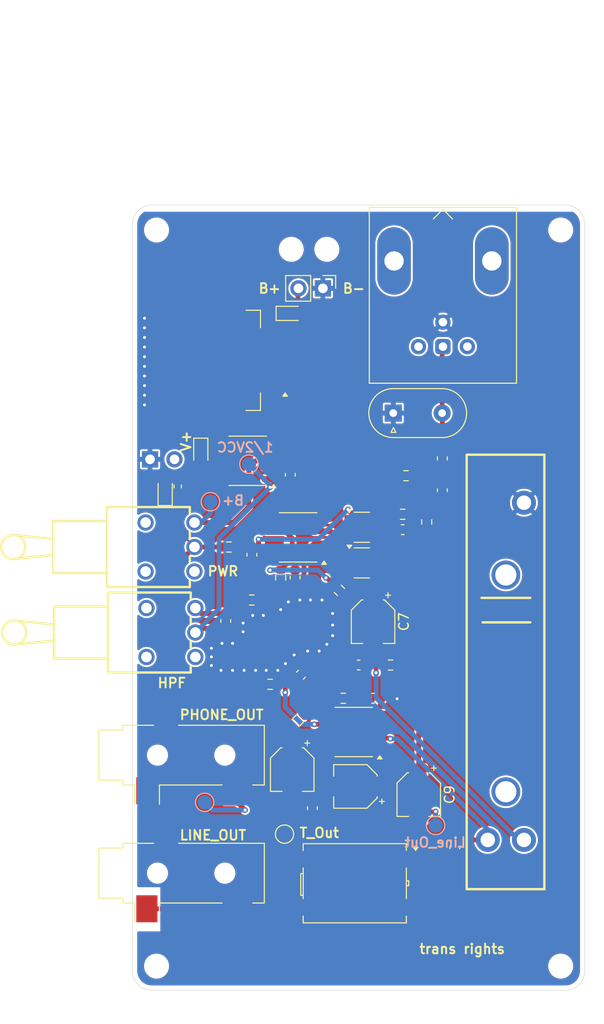
<source format=kicad_pcb>
(kicad_pcb (version 20241229) (generator "pcbnew") (generator_version "9.0")
  (layers (0 "F.Cu" signal) (2 "B.Cu" signal) (13 "F.Paste" user) (15 "B.Paste" user) (5 "F.SilkS" user "F.Silkscreen") (7 "B.SilkS" user "B.Silkscreen") (1 "F.Mask" user) (3 "B.Mask" user) (25 "Edge.Cuts" user))
  (net 0 "")
  (net 1 "Net-(C7-Pad1)")
  (net 2 "Net-(C7-Pad2)")
  (net 3 "Net-(C12-Pad1)")
  (net 4 "Net-(C12-Pad2)")
  (net 5 "Net-(C15-Pad2)")
  (net 6 "Net-(C15-Pad1)")
  (net 7 "Net-(D1-A)")
  (net 8 "Net-(D1-K)")
  (net 9 "B+")
  (net 10 "Net-(D2-K)")
  (net 11 "Net-(Q1-B)")
  (net 12 "Net-(Q1-C)")
  (net 13 "Net-(U1--)")
  (net 14 "Net-(C1-Pad1)")
  (net 15 "Net-(C3-Pad2)")
  (net 16 "Net-(C6-Pad2)")
  (net 17 "1{slash}2")
  (net 18 "Net-(C6-Pad1)")
  (net 22 "Net-(U2-BYPASS)")
  (net 23 "Net-(R11-Pad1)")
  (net 24 "Net-(U2--)")
  (net 25 "Net-(U2-V+)")
  (net 26 "RF_IN")
  (net 27 "VCC")
  (net 28 "Net-(D3-A)")
  (net 29 "LINE OUT")
  (net 30 "Net-(C14-Pad1)")
  (net 31 "Net-(C9-Pad1)")
  (net 32 "Net-(T1-SB)")
  (net 33 "Net-(T1-SA)")
  (net 36 "GND")
  (footprint "Capacitor_SMD:C_0603_1608Metric" (layer "F.Cu") (at 166.7 82.1 -90)
    (property "Reference" "C6" (hide yes))
    (property "Value" "100n")
    (pad "1" smd roundrect (at -0.775 0 270) (size 0.9 0.95) (layers "F.Cu" "F.Mask" "F.Paste") (net 18 "Net-(C6-Pad1)"))
    (pad "2" smd roundrect (at 0.775 0 270) (size 0.9 0.95) (layers "F.Cu" "F.Mask" "F.Paste") (net 16 "Net-(C6-Pad2)"))
  )
  (footprint "Resistor_SMD:R_0603_1608Metric" (layer "F.Cu") (at 144.51 88)
    (property "Reference" "R2" (hide yes))
    (property "Value" "1k")
    (pad "1" smd roundrect (at -0.825 0) (size 0.8 0.95) (layers "F.Cu" "F.Mask" "F.Paste") (net 27 "VCC"))
    (pad "2" smd roundrect (at 0.825 0) (size 0.8 0.95) (layers "F.Cu" "F.Mask" "F.Paste") (net 12 "Net-(Q1-C)"))
  )
  (footprint "TestPoint:TestPoint_Pad_D1.5mm" (layer "F.Cu") (at 150.3 117.8)
    (property "Reference" "TP3" (hide yes))
    (property "Value" "TestPoint" (hide yes))
    (pad "1" smd circle (at 0 0) (size 1.5 1.5) (layers "F.Cu" "F.Mask") (net 32 "Net-(T1-SB)"))
  )
  (footprint "Resistor_SMD:R_0603_1608Metric" (layer "F.Cu") (at 156.4 103.7)
    (property "Reference" "R11" (hide yes))
    (property "Value" "10")
    (pad "1" smd roundrect (at -0.825 0) (size 0.8 0.95) (layers "F.Cu" "F.Mask" "F.Paste") (net 23 "Net-(R11-Pad1)"))
    (pad "2" smd roundrect (at 0.825 0) (size 0.8 0.95) (layers "F.Cu" "F.Mask" "F.Paste") (net 30 "Net-(C14-Pad1)"))
  )
  (footprint "Package_SO:SOIC-8-1EP_3.9x4.9mm_P1.27mm_EP2.29x3mm" (layer "F.Cu") (at 146.47 79.05 180)
    (property "Reference" "U4" (hide yes))
    (property "Value" "TLE2426xLP" (hide yes))
    (pad "1" smd roundrect (at -2.475 -1.905 180) (size 1.95 0.6) (layers "F.Cu" "F.Mask" "F.Paste") (net 17 "1{slash}2"))
    (pad "2" smd roundrect (at -2.475 -0.635 180) (size 1.95 0.6) (layers "F.Cu" "F.Mask" "F.Paste") (net 36 "GND"))
    (pad "3" smd roundrect (at -2.475 0.635 180) (size 1.95 0.6) (layers "F.Cu" "F.Mask" "F.Paste") (net 10 "Net-(D2-K)"))
    (pad "4" smd roundrect (at -2.475 1.905 180) (size 1.95 0.6) (layers "F.Cu" "F.Mask" "F.Paste"))
    (pad "5" smd roundrect (at 2.475 1.905 180) (size 1.95 0.6) (layers "F.Cu" "F.Mask" "F.Paste"))
    (pad "6" smd roundrect (at 2.475 0.635 180) (size 1.95 0.6) (layers "F.Cu" "F.Mask" "F.Paste"))
    (pad "7" smd roundrect (at 2.475 -0.635 180) (size 1.95 0.6) (layers "F.Cu" "F.Mask" "F.Paste"))
    (pad "8" smd roundrect (at 2.475 -1.905 180) (size 1.95 0.6) (layers "F.Cu" "F.Mask" "F.Paste"))
  )
  (footprint "LOGO" (layer "F.Cu") (at 139.9 59)
    (property "Reference" "G***" (hide yes))
    (property "Value" "LOGO" (hide yes))
  )
  (footprint "Package_TO_SOT_SMD:SOT-23-3" (layer "F.Cu") (at 158.3375 89.650001)
    (property "Reference" "Q2" (hide yes))
    (property "Value" "BC237" (hide yes))
    (pad "1" smd roundrect (at -1.1375 -0.949999) (size 1.325 0.6) (layers "F.Cu" "F.Mask" "F.Paste") (net 11 "Net-(Q1-B)"))
    (pad "2" smd roundrect (at -1.1375 0.949999) (size 1.325 0.6) (layers "F.Cu" "F.Mask" "F.Paste") (net 36 "GND"))
    (pad "3" smd roundrect (at 1.1375 0) (size 1.325 0.6) (layers "F.Cu" "F.Mask" "F.Paste") (net 36 "GND"))
  )
  (footprint "Package_TO_SOT_SMD:TO-263-3_TabPin2" (layer "F.Cu") (at 142.975 68.625 180)
    (property "Reference" "U3" (hide yes))
    (property "Value" "L7809" (hide yes))
    (pad "1" smd roundrect (at -7.65 -2.54 180) (size 4.6 1.1) (layers "F.Cu" "F.Mask" "F.Paste") (roundrect_rratio 0.227273) (net 8 "Net-(D1-K)"))
    (pad "2" smd roundrect (at -7.65 0 180) (size 4.6 1.1) (layers "F.Cu" "F.Mask" "F.Paste") (roundrect_rratio 0.227273) (net 36 "GND"))
    (pad "2" smd roundrect (at -0.925 -2.775 180) (size 4.55 5.25) (layers "F.Cu" "F.Paste") (roundrect_rratio 0.054945) (net 36 "GND"))
    (pad "2" smd roundrect (at -0.925 2.775 180) (size 4.55 5.25) (layers "F.Cu" "F.Paste") (roundrect_rratio 0.054945) (net 36 "GND"))
    (pad "2" smd roundrect (at 1.5 0 180) (size 9.4 10.8) (layers "F.Cu" "F.Mask") (roundrect_rratio 0.026596) (net 36 "GND"))
    (pad "2" smd roundrect (at 3.925 -2.775 180) (size 4.55 5.25) (layers "F.Cu" "F.Paste") (roundrect_rratio 0.054945) (net 36 "GND"))
    (pad "2" smd roundrect (at 3.925 2.775 180) (size 4.55 5.25) (layers "F.Cu" "F.Paste") (roundrect_rratio 0.054945) (net 36 "GND"))
    (pad "3" smd roundrect (at -7.65 2.54 180) (size 4.6 1.1) (layers "F.Cu" "F.Mask" "F.Paste") (roundrect_rratio 0.227273) (net 10 "Net-(D2-K)"))
  )
  (footprint "Capacitor_SMD:C_0603_1608Metric" (layer "F.Cu") (at 159.5 103.7)
    (property "Reference" "C14" (hide yes))
    (property "Value" "10n")
    (pad "1" smd roundrect (at -0.775 0) (size 0.9 0.95) (layers "F.Cu" "F.Mask" "F.Paste") (net 30 "Net-(C14-Pad1)"))
    (pad "2" smd roundrect (at 0.775 0) (size 0.9 0.95) (layers "F.Cu" "F.Mask" "F.Paste") (net 36 "GND"))
  )
  (footprint "Resistor_SMD:R_0603_1608Metric" (layer "F.Cu") (at 151.7 106 -135)
    (property "Reference" "R12" (hide yes))
    (property "Value" "33")
    (pad "1" smd roundrect (at -0.825 0 225) (size 0.8 0.95) (layers "F.Cu" "F.Mask" "F.Paste") (net 23 "Net-(R11-Pad1)"))
    (pad "2" smd roundrect (at 0.825 0 225) (size 0.8 0.95) (layers "F.Cu" "F.Mask" "F.Paste") (net 6 "Net-(C15-Pad1)"))
  )
  (footprint "Capacitor_SMD:C_0603_1608Metric" (layer "F.Cu") (at 158.0125 100.25 180)
    (property "Reference" "C8" (hide yes))
    (property "Value" "4.7n")
    (pad "1" smd roundrect (at -0.775 0 180) (size 0.9 0.95) (layers "F.Cu" "F.Mask" "F.Paste") (net 2 "Net-(C7-Pad2)"))
    (pad "2" smd roundrect (at 0.775 0 180) (size 0.9 0.95) (layers "F.Cu" "F.Mask" "F.Paste") (net 36 "GND"))
  )
  (footprint "Connector_PinHeader_2.54mm:PinHeader_1x02_P2.54mm_Vertical" (layer "F.Cu") (at 136.325 78.9 90)
    (property "Reference" "J1" (hide yes))
    (property "Value" "External power supply 12V/18V" (hide yes))
    (pad "1" thru_hole rect (at 0 0 90) (size 1.7 1.7) (drill 1) (layers "*.Cu" "*.Mask") (net 36 "GND"))
    (pad "2" thru_hole oval (at 0 2.54 90) (size 1.7 1.7) (drill 1) (layers "*.Cu" "*.Mask") (net 7 "Net-(D1-A)"))
  )
  (footprint "Inductor_SMD:L_0603_1608Metric" (layer "F.Cu") (at 166.7 78.8 -90)
    (property "Reference" "L1" (hide yes))
    (property "Value" "3u")
    (pad "1" smd roundrect (at -0.787501 0 270) (size 0.875 0.95) (layers "F.Cu" "F.Mask" "F.Paste") (net 26 "RF_IN"))
    (pad "2" smd roundrect (at 0.787501 0 270) (size 0.875 0.95) (layers "F.Cu" "F.Mask" "F.Paste") (net 18 "Net-(C6-Pad1)"))
  )
  (footprint "Capacitor_SMD:CP_Elec_4x5.4" (layer "F.Cu") (at 159.5 95.75 -90)
    (property "Reference" "C7" (at 0 -3.2 90) (layer "F.SilkS"))
    (property "Value" "10u")
    (pad "1" smd roundrect (at -1.8 0 270) (size 2.6 1.6) (layers "F.Cu" "F.Mask" "F.Paste") (roundrect_rratio 0.15625) (net 1 "Net-(C7-Pad1)"))
    (pad "2" smd roundrect (at 1.8 0 270) (size 2.6 1.6) (layers "F.Cu" "F.Mask" "F.Paste") (roundrect_rratio 0.15625) (net 2 "Net-(C7-Pad2)"))
  )
  (footprint "Resistor_SMD:R_0603_1608Metric" (layer "F.Cu") (at 162.925 80.6 180)
    (property "Reference" "R6" (hide yes))
    (property "Value" "10M")
    (pad "1" smd roundrect (at -0.825 0 180) (size 0.8 0.95) (layers "F.Cu" "F.Mask" "F.Paste") (net 18 "Net-(C6-Pad1)"))
    (pad "2" smd roundrect (at 0.825 0 180) (size 0.8 0.95) (layers "F.Cu" "F.Mask" "F.Paste") (net 36 "GND"))
  )
  (footprint "MountingHole:MountingHole_2.1mm" (layer "F.Cu") (at 179 55.1)
    (property "Reference" "H1" (hide yes))
    (property "Value" "MountingHole_Pad" (hide yes))
    (pad "" np_thru_hole circle (at 0 0) (size 2.1 2.1) (drill 2.1) (layers "*.Cu" "*.Mask"))
  )
  (footprint "Resistor_SMD:R_0603_1608Metric" (layer "F.Cu") (at 149.899999 91.200001 90)
    (property "Reference" "R4" (hide yes))
    (property "Value" "100k")
    (pad "1" smd roundrect (at -0.825 0 90) (size 0.8 0.95) (layers "F.Cu" "F.Mask" "F.Paste") (net 13 "Net-(U1--)"))
    (pad "2" smd roundrect (at 0.825 0 90) (size 0.8 0.95) (layers "F.Cu" "F.Mask" "F.Paste") (net 15 "Net-(C3-Pad2)"))
  )
  (footprint "Resistor_SMD:R_0603_1608Metric" (layer "F.Cu") (at 156 92.5 -45)
    (property "Reference" "R8" (hide yes))
    (property "Value" "10k")
    (pad "1" smd roundrect (at -0.825 0 315) (size 0.8 0.95) (layers "F.Cu" "F.Mask" "F.Paste") (net 15 "Net-(C3-Pad2)"))
    (pad "2" smd roundrect (at 0.825 0 315) (size 0.8 0.95) (layers "F.Cu" "F.Mask" "F.Paste") (net 1 "Net-(C7-Pad1)"))
  )
  (footprint "Resistor_SMD:R_0603_1608Metric" (layer "F.Cu") (at 165.074999 85.4 -90)
    (property "Reference" "R7" (hide yes))
    (property "Value" "100k")
    (pad "1" smd roundrect (at -0.825 0 270) (size 0.8 0.95) (layers "F.Cu" "F.Mask" "F.Paste") (net 16 "Net-(C6-Pad2)"))
    (pad "2" smd roundrect (at 0.825 0 270) (size 0.8 0.95) (layers "F.Cu" "F.Mask" "F.Paste") (net 11 "Net-(Q1-B)"))
  )
  (footprint "project:SW-TH_ST-0-102-C03-N003-RS" (layer "F.Cu") (at 138.4 88 -90)
    (property "Reference" "SW1" (hide yes))
    (property "Value" "PWR")
    (pad "1" thru_hole circle (at -2.54 -2.54 270) (size 1.7 1.7) (drill 1.100023) (layers "*.Cu" "*.Mask") (net 10 "Net-(D2-K)"))
    (pad "2" thru_hole circle (at 0 -2.54 270) (size 1.7 1.7) (drill 1.100023) (layers "*.Cu" "*.Mask") (net 27 "VCC"))
    (pad "3" thru_hole circle (at 2.54 -2.54 270) (size 1.7 1.7) (drill 1.100023) (layers "*.Cu" "*.Mask"))
    (pad "4" thru_hole circle (at 2.54 2.54 270) (size 1.7 1.7) (drill 1.100023) (layers "*.Cu" "*.Mask"))
    (pad "5" thru_hole circle (at -2.54 2.54 270) (size 1.7 1.7) (drill 1.100023) (layers "*.Cu" "*.Mask"))
  )
  (footprint "Connector_Coaxial:BNC_Win_364A2x95_Horizontal" (layer "F.Cu") (at 166.76 67.2)
    (property "Reference" "J4" (hide yes))
    (property "Value" "Conn_Coaxial" (hide yes))
    (pad "1" thru_hole roundrect (at 0 0) (size 1.6 1.6) (drill 0.89) (layers "*.Cu" "*.Mask") (net 26 "RF_IN"))
    (pad "2" thru_hole circle (at 0 -2.54) (size 1.6 1.6) (drill 0.89) (layers "*.Cu" "*.Mask") (net 36 "GND"))
    (pad "3" thru_hole oval (at -5.08 -8.89) (size 3.5 7) (drill 2.01) (layers "*.Cu" "*.Mask"))
    (pad "3" thru_hole circle (at -2.54 0) (size 1.6 1.6) (drill 0.89) (layers "*.Cu" "*.Mask"))
    (pad "3" thru_hole circle (at 2.54 0) (size 1.6 1.6) (drill 0.89) (layers "*.Cu" "*.Mask"))
    (pad "3" thru_hole oval (at 5.08 -8.89) (size 3.5 7) (drill 2.01) (layers "*.Cu" "*.Mask"))
  )
  (footprint "Capacitor_SMD:C_0603_1608Metric" (layer "F.Cu") (at 144.195 95.675 -90)
    (property "Reference" "C1" (hide yes))
    (property "Value" "4.7n")
    (pad "1" smd roundrect (at -0.775 0 270) (size 0.9 0.95) (layers "F.Cu" "F.Mask" "F.Paste") (net 14 "Net-(C1-Pad1)"))
    (pad "2" smd roundrect (at 0.775 0 270) (size 0.9 0.95) (layers "F.Cu" "F.Mask" "F.Paste") (net 17 "1{slash}2"))
  )
  (footprint "Package_TO_SOT_SMD:SOT-23-3" (layer "F.Cu") (at 158.3375 85.950001)
    (property "Reference" "Q1" (hide yes))
    (property "Value" "BC237" (hide yes))
    (pad "1" smd roundrect (at -1.1375 -0.949999) (size 1.325 0.6) (layers "F.Cu" "F.Mask" "F.Paste") (net 12 "Net-(Q1-C)"))
    (pad "2" smd roundrect (at -1.1375 0.949999) (size 1.325 0.6) (layers "F.Cu" "F.Mask" "F.Paste") (net 11 "Net-(Q1-B)"))
    (pad "3" smd roundrect (at 1.1375 0) (size 1.325 0.6) (layers "F.Cu" "F.Mask" "F.Paste") (net 11 "Net-(Q1-B)"))
  )
  (footprint "Resistor_SMD:R_0603_1608Metric" (layer "F.Cu") (at 161.3125 100.25)
    (property "Reference" "R9" (hide yes))
    (property "Value" "4.7k")
    (pad "1" smd roundrect (at -0.825 0) (size 0.8 0.95) (layers "F.Cu" "F.Mask" "F.Paste") (net 2 "Net-(C7-Pad2)"))
    (pad "2" smd roundrect (at 0.825 0) (size 0.8 0.95) (layers "F.Cu" "F.Mask" "F.Paste") (net 31 "Net-(C9-Pad1)"))
  )
  (footprint "Connector_Audio:Jack_3.5mm_CUI_SJ-3523-SMT_Horizontal" (layer "F.Cu") (at 139.6 121.85 90)
    (property "Reference" "J5" (hide yes))
    (property "Value" "AudioJack3" (hide yes))
    (pad "" np_thru_hole circle (at 0 -2.5 90) (size 1.7 1.7) (drill 1.7) (layers "*.Cu" "*.Mask"))
    (pad "" np_thru_hole circle (at 0 4.500001 90) (size 1.7 1.7) (drill 1.7) (layers "*.Cu" "*.Mask"))
    (pad "R" smd rect (at 3.7 -1.6 90) (size 2.8 2.2) (layers "F.Cu" "F.Mask" "F.Paste"))
    (pad "S" smd rect (at -3.700001 -3.6 90) (size 2.8 2.2) (layers "F.Cu" "F.Mask" "F.Paste") (net 33 "Net-(T1-SA)"))
    (pad "T" smd rect (at -3.7 5.8 90) (size 2.8 2.8) (layers "F.Cu" "F.Mask" "F.Paste") (net 32 "Net-(T1-SB)"))
  )
  (footprint "Diode_SMD:D_0603_1608Metric" (layer "F.Cu") (at 141.6 78.187501 -90)
    (property "Reference" "D1" (hide yes))
    (property "Value" "1N4001" (hide yes))
    (pad "1" smd roundrect (at -0.787501 0 270) (size 0.875 0.95) (layers "F.Cu" "F.Mask" "F.Paste") (net 8 "Net-(D1-K)"))
    (pad "2" smd roundrect (at 0.787501 0 270) (size 0.875 0.95) (layers "F.Cu" "F.Mask" "F.Paste") (net 7 "Net-(D1-A)"))
  )
  (footprint "Capacitor_SMD:C_0603_1608Metric" (layer "F.Cu") (at 151.4 91.175 90)
    (property "Reference" "C3" (hide yes))
    (property "Value" "150p")
    (pad "1" smd roundrect (at -0.775 0 90) (size 0.9 0.95) (layers "F.Cu" "F.Mask" "F.Paste") (net 13 "Net-(U1--)"))
    (pad "2" smd roundrect (at 0.775 0 90) (size 0.9 0.95) (layers "F.Cu" "F.Mask" "F.Paste") (net 15 "Net-(C3-Pad2)"))
  )
  (footprint "Capacitor_SMD:C_0603_1608Metric" (layer "F.Cu") (at 150.9 80.5 90)
    (property "Reference" "C4" (hide yes))
    (property "Value" "33n")
    (pad "1" smd roundrect (at -0.775 0 90) (size 0.9 0.95) (layers "F.Cu" "F.Mask" "F.Paste") (net 17 "1{slash}2"))
    (pad "2" smd roundrect (at 0.775 0 90) (size 0.9 0.95) (layers "F.Cu" "F.Mask" "F.Paste") (net 36 "GND"))
  )
  (footprint "Resistor_SMD:R_0603_1608Metric" (layer "F.Cu") (at 146.9 93.5)
    (property "Reference" "R3" (hide yes))
    (property "Value" "3.3k" (hide yes))
    (pad "1" smd roundrect (at -0.825 0) (size 0.8 0.95) (layers "F.Cu" "F.Mask" "F.Paste") (net 14 "Net-(C1-Pad1)"))
    (pad "2" smd roundrect (at 0.825 0) (size 0.8 0.95) (layers "F.Cu" "F.Mask" "F.Paste") (net 13 "Net-(U1--)"))
  )
  (footprint "MountingHole:MountingHole_2.1mm" (layer "F.Cu") (at 137 131.5)
    (property "Reference" "H3" (hide yes))
    (property "Value" "MountingHole_Pad" (hide yes))
    (pad "" np_thru_hole circle (at 0 0) (size 2.1 2.1) (drill 2.1) (layers "*.Cu" "*.Mask"))
  )
  (footprint "Capacitor_SMD:CP_Elec_4x5.4" (layer "F.Cu") (at 157.67 112.85 180)
    (property "Reference" "C12" (hide yes))
    (property "Value" "10u")
    (pad "1" smd roundrect (at -1.8 0 180) (size 2.6 1.6) (layers "F.Cu" "F.Mask" "F.Paste") (roundrect_rratio 0.15625) (net 3 "Net-(C12-Pad1)"))
    (pad "2" smd roundrect (at 1.8 0 180) (size 2.6 1.6) (layers "F.Cu" "F.Mask" "F.Paste") (roundrect_rratio 0.15625) (net 4 "Net-(C12-Pad2)"))
  )
  (footprint "Connector_PinHeader_2.54mm:PinHeader_1x02_P2.54mm_Vertical" (layer "F.Cu") (at 154.287499 61.1525 -90)
    (property "Reference" "J2" (hide yes))
    (property "Value" "9V Battery" (hide yes))
    (pad "1" thru_hole rect (at 0 0 270) (size 1.7 1.7) (drill 1) (layers "*.Cu" "*.Mask") (net 36 "GND"))
    (pad "2" thru_hole oval (at 0 2.54 270) (size 1.7 1.7) (drill 1) (layers "*.Cu" "*.Mask") (net 9 "B+"))
  )
  (footprint "Resistor_SMD:R_0603_1608Metric" (layer "F.Cu") (at 162.575 84.6 180)
    (property "Reference" "R5" (hide yes))
    (property "Value" "10M")
    (pad "1" smd roundrect (at -0.825 0 180) (size 0.8 0.95) (layers "F.Cu" "F.Mask" "F.Paste") (net 16 "Net-(C6-Pad2)"))
    (pad "2" smd roundrect (at 0.825 0 180) (size 0.8 0.95) (layers "F.Cu" "F.Mask" "F.Paste") (net 17 "1{slash}2"))
  )
  (footprint "MountingHole:MountingHole_2.1mm" (layer "F.Cu") (at 137 55.1)
    (property "Reference" "H2" (hide yes))
    (property "Value" "MountingHole_Pad" (hide yes))
    (pad "" np_thru_hole circle (at 0 0) (size 2.1 2.1) (drill 2.1) (layers "*.Cu" "*.Mask"))
  )
  (footprint "Capacitor_SMD:C_0603_1608Metric" (layer "F.Cu") (at 168 119.175 -90)
    (property "Reference" "C10" (hide yes))
    (property "Value" "22n" (hide yes))
    (pad "1" smd roundrect (at -0.775 0 270) (size 0.9 0.95) (layers "F.Cu" "F.Mask" "F.Paste") (net 24 "Net-(U2--)"))
    (pad "2" smd roundrect (at 0.775 0 270) (size 0.9 0.95) (layers "F.Cu" "F.Mask" "F.Paste") (net 36 "GND"))
  )
  (footprint "Resistor_SMD:R_0402_1005Metric" (layer "F.Cu") (at 139.2 81.7 90)
    (property "Reference" "R1" (hide yes))
    (property "Value" "2.2k" (hide yes))
    (pad "1" smd roundrect (at -0.509999 0 90) (size 0.54 0.64) (layers "F.Cu" "F.Mask" "F.Paste") (net 27 "VCC"))
    (pad "2" smd roundrect (at 0.509999 0 90) (size 0.54 0.64) (layers "F.Cu" "F.Mask" "F.Paste") (net 28 "Net-(D3-A)"))
  )
  (footprint "MountingHole:MountingHole_2.1mm" (layer "F.Cu") (at 154.7 57.1)
    (property "Reference" "REF**" (hide yes))
    (property "Value" "MountingHole_2.1mm" (hide yes))
    (pad "" np_thru_hole circle (at 0 0) (size 2.1 2.1) (drill 2.1) (layers "*.Cu" "*.Mask"))
  )
  (footprint "Capacitor_SMD:C_0603_1608Metric" (layer "F.Cu") (at 152 101.25 45)
    (property "Reference" "C11" (hide yes))
    (property "Value" "100u")
    (pad "1" smd roundrect (at -0.775 0 45) (size 0.9 0.95) (layers "F.Cu" "F.Mask" "F.Paste") (net 25 "Net-(U2-V+)"))
    (pad "2" smd roundrect (at 0.775 0 45) (size 0.9 0.95) (layers "F.Cu" "F.Mask" "F.Paste") (net 36 "GND"))
  )
  (footprint "project:RES-ADJ-TH_RS30111A602N" (layer "F.Cu") (at 173.3 100.9 90)
    (property "Reference" "RV1" (hide yes))
    (property "Value" "10k" (hide yes))
    (pad "1" thru_hole circle (at -17.5 1.88 90) (size 2.5 2.5) (drill 1.500022) (layers "*.Cu" "*.Mask") (net 2 "Net-(C7-Pad2)"))
    (pad "2" thru_hole circle (at -17.5 -1.88 90) (size 2.5 2.5) (drill 1.500022) (layers "*.Cu" "*.Mask") (net 24 "Net-(U2--)"))
    (pad "3" thru_hole circle (at 17.5 1.88 90) (size 2.5 2.5) (drill 1.500022) (layers "*.Cu" "*.Mask") (net 36 "GND"))
    (pad "4" thru_hole circle (at -12.5 0 90) (size 3 3) (drill 2.199996) (layers "*.Cu" "*.Mask"))
    (pad "5" thru_hole circle (at 10 0 90) (size 3 3) (drill 2.199996) (layers "*.Cu" "*.Mask"))
  )
  (footprint "Capacitor_SMD:C_0603_1608Metric" (layer "F.Cu") (at 146.91 88.8 -90)
    (property "Reference" "C2" (hide yes))
    (property "Value" "100u")
    (pad "1" smd roundrect (at -0.775 0 270) (size 0.9 0.95) (layers "F.Cu" "F.Mask" "F.Paste") (net 12 "Net-(Q1-C)"))
    (pad "2" smd roundrect (at 0.775 0 270) (size 0.9 0.95) (layers "F.Cu" "F.Mask" "F.Paste") (net 36 "GND"))
  )
  (footprint "Capacitor_SMD:C_0603_1608Metric" (layer "F.Cu") (at 153.2 115.1 -90)
    (property "Reference" "C13" (hide yes))
    (property "Value" "22n" (hide yes))
    (pad "1" smd roundrect (at -0.775 0 270) (size 0.9 0.95) (layers "F.Cu" "F.Mask" "F.Paste") (net 22 "Net-(U2-BYPASS)"))
    (pad "2" smd roundrect (at 0.775 0 270) (size 0.9 0.95) (layers "F.Cu" "F.Mask" "F.Paste") (net 36 "GND"))
  )
  (footprint "Transformer_SMD:Transformer_ED8_4-Lead_10.5x8mm_P5mm" (layer "F.Cu") (at 157.6 122.9 -90)
    (property "Reference" "T1" (hide yes))
    (property "Value" "Transformer_Audio" (hide yes))
    (pad "1" smd roundrect (at -2.5 -6.324999 90) (size 1.25 2.55) (layers "F.Cu" "F.Mask" "F.Paste") (net 29 "LINE OUT"))
    (pad "2" smd roundrect (at 2.5 -6.324999 90) (size 1.25 2.55) (layers "F.Cu" "F.Mask" "F.Paste") (net 36 "GND"))
    (pad "3" smd roundrect (at 2.5 6.324999 90) (size 1.25 2.55) (layers "F.Cu" "F.Mask" "F.Paste") (net 33 "Net-(T1-SA)"))
    (pad "4" smd roundrect (at -2.5 6.324999 90) (size 1.25 2.55) (layers "F.Cu" "F.Mask" "F.Paste") (net 32 "Net-(T1-SB)"))
  )
  (footprint "MountingHole:MountingHole_2.1mm" (layer "F.Cu") (at 151 57.1)
    (property "Reference" "REF**" (hide yes))
    (property "Value" "MountingHole_2.1mm" (hide yes))
    (pad "" np_thru_hole circle (at 0 0) (size 2.1 2.1) (drill 2.1) (layers "*.Cu" "*.Mask"))
  )
  (footprint "Package_SO:SOIC-8-1EP_3.9x4.9mm_P1.27mm_EP2.29x3mm" (layer "F.Cu") (at 157.5 107.2 180)
    (property "Reference" "U2" (hide yes))
    (property "Value" "LM386" (hide yes))
    (pad "1" smd roundrect (at -2.475 -1.905 180) (size 1.95 0.6) (layers "F.Cu" "F.Mask" "F.Paste") (net 3 "Net-(C12-Pad1)"))
    (pad "2" smd roundrect (at -2.475 -0.635 180) (size 1.95 0.6) (layers "F.Cu" "F.Mask" "F.Paste") (net 24 "Net-(U2--)"))
    (pad "3" smd roundrect (at -2.475 0.635 180) (size 1.95 0.6) (layers "F.Cu" "F.Mask" "F.Paste") (net 36 "GND"))
    (pad "4" smd roundrect (at -2.475 1.905 180) (size 1.95 0.6) (layers "F.Cu" "F.Mask" "F.Paste") (net 36 "GND"))
    (pad "5" smd roundrect (at 2.475 1.905 180) (size 1.95 0.6) (layers "F.Cu" "F.Mask" "F.Paste") (net 23 "Net-(R11-Pad1)"))
    (pad "6" smd roundrect (at 2.475 0.635 180) (size 1.95 0.6) (layers "F.Cu" "F.Mask" "F.Paste") (net 25 "Net-(U2-V+)"))
    (pad "7" smd roundrect (at 2.475 -0.635 180) (size 1.95 0.6) (layers "F.Cu" "F.Mask" "F.Paste") (net 22 "Net-(U2-BYPASS)"))
    (pad "8" smd roundrect (at 2.475 -1.905 180) (size 1.95 0.6) (layers "F.Cu" "F.Mask" "F.Paste") (net 4 "Net-(C12-Pad2)"))
    (pad "9" smd rect (at 0 0 180) (size 2.29 3) (property pad_prop_heatsink) (layers "F.Cu" "F.Mask"))
  )
  (footprint "Connector_Audio:Jack_3.5mm_CUI_SJ-3523-SMT_Horizontal" (layer "F.Cu") (at 139.6 109.6 90)
    (property "Reference" "J6" (hide yes))
    (property "Value" "AudioJack3")
    (pad "" np_thru_hole circle (at 0 -2.5 90) (size 1.7 1.7) (drill 1.7) (layers "*.Cu" "*.Mask"))
    (pad "" np_thru_hole circle (at 0 4.500001 90) (size 1.7 1.7) (drill 1.7) (layers "*.Cu" "*.Mask"))
    (pad "R" smd rect (at 3.7 -1.6 90) (size 2.8 2.2) (layers "F.Cu" "F.Mask" "F.Paste"))
    (pad "S" smd rect (at -3.700001 -3.6 90) (size 2.8 2.2) (layers "F.Cu" "F.Mask" "F.Paste") (net 36 "GND"))
    (pad "T" smd rect (at -3.7 5.8 90) (size 2.8 2.8) (layers "F.Cu" "F.Mask" "F.Paste") (net 5 "Net-(C15-Pad2)"))
  )
  (footprint "Capacitor_SMD:CP_Elec_4x5.4" (layer "F.Cu") (at 164.25 113.7 -90)
    (property "Reference" "C9" (at 0 -3.2 90) (layer "F.SilkS"))
    (property "Value" "10u" (hide yes))
    (pad "1" smd roundrect (at -1.8 0 270) (size 2.6 1.6) (layers "F.Cu" "F.Mask" "F.Paste") (roundrect_rratio 0.15625) (net 31 "Net-(C9-Pad1)"))
    (pad "2" smd roundrect (at 1.8 0 270) (size 2.6 1.6) (layers "F.Cu" "F.Mask" "F.Paste") (roundrect_rratio 0.15625) (net 29 "LINE OUT"))
  )
  (footprint "Valve:Valve_Glimm" (layer "F.Cu") (at 161.6 74.1)
    (property "Reference" "NE1" (hide yes))
    (property "Value" "Lamp_Neon" (hide yes))
    (pad "1" thru_hole rect (at 0 0) (size 1.78 1.78) (drill 0.8) (layers "*.Cu" "*.Mask") (net 36 "GND"))
    (pad "2" thru_hole circle (at 5.08 0) (size 1.78 1.78) (drill 0.8) (layers "*.Cu" "*.Mask") (net 26 "RF_IN"))
  )
  (footprint "Package_SO:SOIC-8-1EP_3.9x4.9mm_P1.27mm_EP2.29x3mm" (layer "F.Cu") (at 151.71 87 180)
    (property "Reference" "U1" (hide yes))
    (property "Value" "TL081")
    (pad "1" smd roundrect (at -2.475 -1.905 180) (size 1.95 0.6) (layers "F.Cu" "F.Mask" "F.Paste"))
    (pad "2" smd roundrect (at -2.475 -0.635 180) (size 1.95 0.6) (layers "F.Cu" "F.Mask" "F.Paste") (net 13 "Net-(U1--)"))
    (pad "3" smd roundrect (at -2.475 0.635 180) (size 1.95 0.6) (layers "F.Cu" "F.Mask" "F.Paste") (net 11 "Net-(Q1-B)"))
    (pad "4" smd roundrect (at -2.475 1.905 180) (size 1.95 0.6) (layers "F.Cu" "F.Mask" "F.Paste") (net 36 "GND"))
    (pad "5" smd roundrect (at 2.475 1.905 180) (size 1.95 0.6) (layers "F.Cu" "F.Mask" "F.Paste"))
    (pad "6" smd roundrect (at 2.475 0.635 180) (size 1.95 0.6) (layers "F.Cu" "F.Mask" "F.Paste") (net 15 "Net-(C3-Pad2)"))
    (pad "7" smd roundrect (at 2.475 -0.635 180) (size 1.95 0.6) (layers "F.Cu" "F.Mask" "F.Paste") (net 12 "Net-(Q1-C)"))
    (pad "8" smd roundrect (at 2.475 -1.905 180) (size 1.95 0.6) (layers "F.Cu" "F.Mask" "F.Paste"))
  )
  (footprint "LED_SMD:LED_0603_1608Metric" (layer "F.Cu") (at 137.9 82.21 90)
    (property "Reference" "D3" (hide yes))
    (property "Value" "LED" (hide yes))
    (pad "1" smd roundrect (at -0.787501 0 90) (size 0.875 0.95) (layers "F.Cu" "F.Mask" "F.Paste") (net 36 "GND"))
    (pad "2" smd roundrect (at 0.787501 0 90) (size 0.875 0.95) (layers "F.Cu" "F.Mask" "F.Paste") (net 28 "Net-(D3-A)"))
  )
  (footprint "Resistor_SMD:R_0603_1608Metric" (layer "F.Cu") (at 148.8 102.25)
    (property "Reference" "R10" (hide yes))
    (property "Value" "33")
    (pad "1" smd roundrect (at -0.825 0) (size 0.8 0.95) (layers "F.Cu" "F.Mask" "F.Paste") (net 27 "VCC"))
    (pad "2" smd roundrect (at 0.825 0) (size 0.8 0.95) (layers "F.Cu" "F.Mask" "F.Paste") (net 25 "Net-(U2-V+)"))
  )
  (footprint "Capacitor_SMD:C_0603_1608Metric" (layer "F.Cu") (at 162.575 86.2 180)
    (property "Reference" "C5" (hide yes))
    (property "Value" "8.2p")
    (pad "1" smd roundrect (at -0.775 0 180) (size 0.9 0.95) (layers "F.Cu" "F.Mask" "F.Paste") (net 11 "Net-(Q1-B)"))
    (pad "2" smd roundrect (at 0.775 0 180) (size 0.9 0.95) (layers "F.Cu" "F.Mask" "F.Paste") (net 17 "1{slash}2"))
  )
  (footprint "LOGO" (layer "F.Cu") (at 165.788376 96.8)
    (property "Reference" "G***" (hide yes))
    (property "Value" "LOGO" (hide yes))
  )
  (footprint "Capacitor_SMD:CP_Elec_4x5.4" (layer "F.Cu") (at 151.1 111.1 -90)
    (property "Reference" "C15" (hide yes))
    (property "Value" "100u")
    (pad "1" smd roundrect (at -1.8 0 270) (size 2.6 1.6) (layers "F.Cu" "F.Mask" "F.Paste") (roundrect_rratio 0.15625) (net 6 "Net-(C15-Pad1)"))
    (pad "2" smd roundrect (at 1.8 0 270) (size 2.6 1.6) (layers "F.Cu" "F.Mask" "F.Paste") (roundrect_rratio 0.15625) (net 5 "Net-(C15-Pad2)"))
  )
  (footprint "MountingHole:MountingHole_2.1mm" (layer "F.Cu") (at 179 131.5)
    (property "Reference" "H4" (hide yes))
    (property "Value" "MountingHole_Pad" (hide yes))
    (pad "" np_thru_hole circle (at 0 0) (size 2.1 2.1) (drill 2.1) (layers "*.Cu" "*.Mask"))
  )
  (footprint "Diode_SMD:D_0603_1608Metric" (layer "F.Cu") (at 150.912499 63.752501)
    (property "Reference" "D2" (hide yes))
    (property "Value" "1N4001")
    (pad "1" smd roundrect (at -0.787501 0) (size 0.875 0.95) (layers "F.Cu" "F.Mask" "F.Paste") (net 10 "Net-(D2-K)"))
    (pad "2" smd roundrect (at 0.787501 0) (size 0.875 0.95) (layers "F.Cu" "F.Mask" "F.Paste") (net 9 "B+"))
  )
  (footprint "project:SW-TH_ST-0-102-C03-N003-RS" (layer "F.Cu") (at 138.495 96.875 -90)
    (property "Reference" "SW2" (hide yes))
    (property "Value" "HPF")
    (pad "1" thru_hole circle (at -2.54 -2.54 270) (size 1.7 1.7) (drill 1.100023) (layers "*.Cu" "*.Mask") (net 14 "Net-(C1-Pad1)"))
    (pad "2" thru_hole circle (at 0 -2.54 270) (size 1.7 1.7) (drill 1.100023) (layers "*.Cu" "*.Mask") (net 17 "1{slash}2"))
    (pad "3" thru_hole circle (at 2.54 -2.54 270) (size 1.7 1.7) (drill 1.100023) (layers "*.Cu" "*.Mask"))
    (pad "4" thru_hole circle (at 2.54 2.54 270) (size 1.7 1.7) (drill 1.100023) (layers "*.Cu" "*.Mask"))
    (pad "5" thru_hole circle (at -2.54 2.54 270) (size 1.7 1.7) (drill 1.100023) (layers "*.Cu" "*.Mask"))
  )
  (footprint "TestPoint:TestPoint_Pad_D1.5mm" (layer "B.Cu") (at 166 116.9 90)
    (property "Reference" "TP5" (hide yes))
    (property "Value" "TestPoint" (hide yes))
    (pad "1" smd circle (at 0 0 90) (size 1.5 1.5) (layers "B.Cu" "B.Mask") (net 29 "LINE OUT"))
  )
  (footprint "TestPoint:TestPoint_Pad_D1.5mm" (layer "B.Cu") (at 142 114.5 180)
    (property "Reference" "TP2" (hide yes))
    (property "Value" "TestPoint" (hide yes))
    (pad "1" smd circle (at 0 0 180) (size 1.5 1.5) (layers "B.Cu" "B.Mask") (net 5 "Net-(C15-Pad2)"))
  )
  (footprint "TestPoint:TestPoint_Pad_D1.5mm" (layer "B.Cu") (at 146.6 79.4 180)
    (property "Reference" "TP1" (hide yes))
    (property "Value" "TestPoint" (hide yes))
    (pad "1" smd circle (at 0 0 180) (size 1.5 1.5) (layers "B.Cu" "B.Mask") (net 17 "1{slash}2"))
  )
  (footprint "TestPoint:TestPoint_Pad_D1.5mm" (layer "B.Cu") (at 142.6 83.3 180)
    (property "Reference" "TP4" (hide yes))
    (property "Value" "TestPoint" (hide yes))
    (pad "1" smd circle (at 0 0 180) (size 1.5 1.5) (layers "B.Cu" "B.Mask") (net 10 "Net-(D2-K)"))
  )
  (gr_arc (start 136.5 134) (mid 135.085786 133.414214) (end 134.5 132) (stroke (width 0.05)) (layer "Edge.Cuts"))
  (gr_arc (start 179.5 52.5) (mid 180.914214 53.085786) (end 181.5 54.5) (stroke (width 0.05)) (layer "Edge.Cuts"))
  (gr_line (start 134.5 132) (end 134.5 54.5) (stroke (width 0.05)) (layer "Edge.Cuts"))
  (gr_line (start 181.5 54.5) (end 181.5 132) (stroke (width 0.05)) (layer "Edge.Cuts"))
  (gr_arc (start 181.5 132) (mid 180.914214 133.414214) (end 179.5 134) (stroke (width 0.05)) (layer "Edge.Cuts"))
  (gr_arc (start 134.5 54.5) (mid 135.085786 53.085786) (end 136.5 52.5) (stroke (width 0.05)) (layer "Edge.Cuts"))
  (gr_line (start 136.5 52.5) (end 179.5 52.5) (stroke (width 0.05)) (layer "Edge.Cuts"))
  (gr_line (start 179.5 134) (end 136.5 134) (stroke (width 0.05)) (layer "Edge.Cuts"))
  (gr_text "B-\n" (at 156.25 61.75 0) (layer "F.SilkS") (effects (font (size 1 1) (thickness 0.2) (bold yes)) (justify left bottom)))
  (gr_text "trans rights" (at 164.2 130.3 0) (layer "F.SilkS") (effects (font (size 1 1) (thickness 0.2) (bold yes)) (justify left bottom)))
  (gr_text "PHONE_OUT" (at 139.3 106 0) (layer "F.SilkS") (effects (font (size 1 1) (thickness 0.2) (bold yes)) (justify left bottom)))
  (gr_text "LINE_OUT" (at 139.3 118.5 0) (layer "F.SilkS") (effects (font (size 1 1) (thickness 0.2) (bold yes)) (justify left bottom)))
  (gr_text "T_Out\n" (at 151.75 118.25 0) (layer "F.SilkS") (effects (font (size 1 1) (thickness 0.2) (bold yes)) (justify left bottom)))
  (gr_text "PWR" (at 142.2 91.1 0) (layer "F.SilkS") (effects (font (size 1 1) (thickness 0.2) (bold yes)) (justify left bottom)))
  (gr_text "V+" (at 140.65 78.2 90) (layer "F.SilkS") (effects (font (size 1 1) (thickness 0.2) (bold yes)) (justify left bottom)))
  (gr_text "HPF" (at 137 102.7 0) (layer "F.SilkS") (effects (font (size 1 1) (thickness 0.2) (bold yes)) (justify left bottom)))
  (gr_text "B+\n" (at 147.5 61.75 0) (layer "F.SilkS") (effects (font (size 1 1) (thickness 0.2) (bold yes)) (justify left bottom)))
  (gr_text "B+" (at 146.2 83.75 0) (layer "B.SilkS") (effects (font (size 1 1) (thickness 0.2) (bold yes)) (justify left bottom mirror)))
  (gr_text "1/2VCC" (at 149.25 78.25 0) (layer "B.SilkS") (effects (font (size 1 1) (thickness 0.2) (bold yes)) (justify left bottom mirror)))
  (gr_text "Line_Out\n" (at 169.25 119.25 0) (layer "B.SilkS") (effects (font (size 1 1) (thickness 0.2) (bold yes)) (justify left bottom mirror)))
  (segment (start 159.5 93.95) (end 157.45 93.95) (width 0.5) (layer "F.Cu") (net 1))
  (segment (start 157.45 93.95) (end 156.583363 93.083363) (width 0.5) (layer "F.Cu") (net 1))
  (segment (start 160.4875 100.25) (end 159.7125 100.25) (width 0.5) (layer "F.Cu") (net 2))
  (segment (start 159.7125 100.25) (end 158.7875 100.25) (width 0.5) (layer "F.Cu") (net 2))
  (segment (start 159.8125 100.35) (end 159.7125 100.25) (width 0.5) (layer "F.Cu") (net 2))
  (segment (start 159.7125 100.25) (end 159.5 100.0375) (width 0.5) (layer "F.Cu") (net 2))
  (segment (start 159.5 100.0375) (end 159.5 97.55) (width 0.5) (layer "F.Cu") (net 2))
  (segment (start 159.8125 101.05) (end 159.8125 100.35) (width 0.5) (layer "F.Cu") (net 2))
  (via (at 159.8125 101.05) (size 0.6) (drill 0.3) (layers "F.Cu" "B.Cu") (net 2))
  (segment (start 175.18 118.4) (end 174.6 118.4) (width 0.5) (layer "B.Cu") (net 2))
  (segment (start 174.6 118.4) (end 159.8125 103.6125) (width 0.5) (layer "B.Cu") (net 2))
  (segment (start 159.8125 103.6125) (end 159.8125 101.05) (width 0.5) (layer "B.Cu") (net 2))
  (segment (start 159.47 112.85) (end 159.47 109.61) (width 0.5) (layer "F.Cu") (net 3))
  (segment (start 159.47 109.61) (end 159.975 109.105) (width 0.5) (layer "F.Cu") (net 3))
  (segment (start 155.87 112.85) (end 155.87 109.95) (width 0.5) (layer "F.Cu") (net 4))
  (segment (start 155.87 109.95) (end 155.025 109.105) (width 0.5) (layer "F.Cu") (net 4))
  (segment (start 145.4 113.3) (end 145.4 114.5) (width 0.5) (layer "F.Cu") (net 5))
  (segment (start 151.1 112.9) (end 145.8 112.9) (width 0.5) (layer "F.Cu") (net 5))
  (segment (start 145.8 112.9) (end 145.4 113.3) (width 0.5) (layer "F.Cu") (net 5))
  (segment (start 145.4 114.5) (end 146.2 115.3) (width 0.5) (layer "F.Cu") (net 5))
  (via (at 146.2 115.3) (size 0.6) (drill 0.3) (layers "F.Cu" "B.Cu") (net 5))
  (segment (start 142.8 115.3) (end 142 114.5) (width 0.5) (layer "B.Cu") (net 5))
  (segment (start 146.2 115.3) (end 142.8 115.3) (width 0.5) (layer "B.Cu") (net 5))
  (segment (start 151.116637 106.583363) (end 151.116637 109.283363) (width 0.5) (layer "F.Cu") (net 6))
  (segment (start 151.116637 109.283363) (end 151.1 109.3) (width 0.5) (layer "F.Cu") (net 6))
  (segment (start 151.7 63.752501) (end 151.7 61.2) (width 0.5) (layer "F.Cu") (net 9))
  (segment (start 151.7 61.2) (end 151.747498 61.152501) (width 0.5) (layer "F.Cu") (net 9))
  (segment (start 150.124998 65.584998) (end 150.625 66.085) (width 0.5) (layer "F.Cu") (net 10))
  (segment (start 153.335 66.085) (end 150.625 66.085) (width 0.5) (layer "F.Cu") (net 10))
  (segment (start 144.94 85.46) (end 140.94 85.46) (width 0.5) (layer "F.Cu") (net 10))
  (segment (start 148.945 78.415) (end 147.970001 78.415) (width 0.5) (layer "F.Cu") (net 10))
  (segment (start 148.945 78.415) (end 152.96 78.415) (width 0.5) (layer "F.Cu") (net 10))
  (segment (start 147.970001 78.415) (end 146.6 79.785001) (width 0.5) (layer "F.Cu") (net 10))
  (segment (start 146.6 83.8) (end 144.94 85.46) (width 0.5) (layer "F.Cu") (net 10))
  (segment (start 146.6 79.785001) (end 146.6 83.8) (width 0.5) (layer "F.Cu") (net 10))
  (segment (start 152.96 78.415) (end 155 76.375) (width 0.5) (layer "F.Cu") (net 10))
  (segment (start 155 76.375) (end 155 67.75) (width 0.5) (layer "F.Cu") (net 10))
  (segment (start 150.124998 63.752501) (end 150.124998 65.584998) (width 0.5) (layer "F.Cu") (net 10))
  (segment (start 155 67.75) (end 153.335 66.085) (width 0.5) (layer "F.Cu") (net 10))
  (segment (start 140.94 85.46) (end 141.64 85.46) (width 0.5) (layer "B.Cu") (net 10))
  (segment (start 142.6 84.5) (end 142.6 83.3) (width 0.5) (layer "B.Cu") (net 10))
  (segment (start 141.64 85.46) (end 142.6 84.5) (width 0.5) (layer "B.Cu") (net 10))
  (segment (start 158.525001 86.9) (end 159.475 85.950001) (width 0.5) (layer "F.Cu") (net 11))
  (segment (start 157.2 87.75) (end 157.2 88.700002) (width 0.5) (layer "F.Cu") (net 11))
  (segment (start 157.2 87.75) (end 164 87.75) (width 0.5) (layer "F.Cu") (net 11))
  (segment (start 157.2 87.75) (end 156.5 87.75) (width 0.5) (layer "F.Cu") (net 11))
  (segment (start 165.074999 86.225) (end 164.5 86.225) (width 0.5) (layer "F.Cu") (net 11))
  (segment (start 156.5 87.75) (end 155.115 86.365) (width 0.5) (layer "F.Cu") (net 11))
  (segment (start 164.5 86.225) (end 163.375 86.225) (width 0.5) (layer "F.Cu") (net 11))
  (segment (start 155.115 86.365) (end 154.185 86.365) (width 0.5) (layer "F.Cu") (net 11))
  (segment (start 157.2 86.9) (end 158.525001 86.9) (width 0.5) (layer "F.Cu") (net 11))
  (segment (start 164 87.75) (end 164.5 87.25) (width 0.5) (layer "F.Cu") (net 11))
  (segment (start 163.375 86.225) (end 163.35 86.2) (width 0.5) (layer "F.Cu") (net 11))
  (segment (start 164.5 87.25) (end 164.5 86.225) (width 0.5) (layer "F.Cu") (net 11))
  (segment (start 157.2 86.9) (end 157.2 87.75) (width 0.5) (layer "F.Cu") (net 11))
  (segment (start 146.91 88.025) (end 147.9 88.025) (width 0.5) (layer "F.Cu") (net 12))
  (segment (start 147.6 87.2) (end 147.6 87.725) (width 0.5) (layer "F.Cu") (net 12))
  (segment (start 157.2 84.4) (end 156.9 84.1) (width 0.5) (layer "F.Cu") (net 12))
  (segment (start 146.885 88) (end 146.91 88.025) (width 0.5) (layer "F.Cu") (net 12))
  (segment (start 148.845 88.025) (end 149.235 87.635) (width 0.5) (layer "F.Cu") (net 12))
  (segment (start 157.2 85.000002) (end 157.2 84.4) (width 0.5) (layer "F.Cu") (net 12))
  (segment (start 147.9 88.025) (end 148.845 88.025) (width 0.5) (layer "F.Cu") (net 12))
  (segment (start 145.335 88) (end 146.885 88) (width 0.5) (layer "F.Cu") (net 12))
  (segment (start 147.6 87.725) (end 147.9 88.025) (width 0.5) (layer "F.Cu") (net 12))
  (via (at 147.6 87.2) (size 0.6) (drill 0.3) (layers "F.Cu" "B.Cu") (net 12))
  (via (at 156.9 84.1) (size 0.6) (drill 0.3) (layers "F.Cu" "B.Cu") (net 12))
  (segment (start 153.8 87.2) (end 147.6 87.2) (width 0.5) (layer "B.Cu") (net 12))
  (segment (start 156.9 84.1) (end 153.8 87.2) (width 0.5) (layer "B.Cu") (net 12))
  (segment (start 148.9 93.5) (end 147.725 93.5) (width 0.5) (layer "F.Cu") (net 13))
  (segment (start 152.325 89.889172) (end 152.3 89.864172) (width 0.5) (layer "F.Cu") (net 13))
  (segment (start 149.899999 92.025001) (end 149.899999 92.500001) (width 0.5) (layer "F.Cu") (net 13))
  (segment (start 152.325 91.025) (end 152.325 89.889172) (width 0.5) (layer "F.Cu") (net 13))
  (segment (start 152.3 88.7) (end 153.365 87.635) (width 0.5) (layer "F.Cu") (net 13))
  (segment (start 151.4 91.95) (end 152.325 91.025) (width 0.5) (layer "F.Cu") (net 13))
  (segment (start 152.3 89.864172) (end 152.3 88.7) (width 0.5) (layer "F.Cu") (net 13))
  (segment (start 151.4 91.95) (end 149.975 91.95) (width 0.5) (layer "F.Cu") (net 13))
  (segment (start 149.975 91.95) (end 149.899999 92.025001) (width 0.5) (layer "F.Cu") (net 13))
  (segment (start 149.899999 92.500001) (end 148.9 93.5) (width 0.5) (layer "F.Cu") (net 13))
  (segment (start 153.365 87.635) (end 154.185 87.635) (width 0.5) (layer "F.Cu") (net 13))
  (segment (start 144.195 94.9) (end 144.675 94.9) (width 0.5) (layer "F.Cu") (net 14))
  (segment (start 144.675 94.9) (end 146.075 93.5) (width 0.5) (layer "F.Cu") (net 14))
  (segment (start 144.195 94.9) (end 141.6 94.9) (width 0.5) (layer "F.Cu") (net 14))
  (segment (start 141.6 94.9) (end 141.035 94.335) (width 0.5) (layer "F.Cu") (net 14))
  (segment (start 149.899999 90.375001) (end 151.1 89.175) (width 0.5) (layer "F.Cu") (net 15))
  (segment (start 149.899999 90.375001) (end 148.824999 90.375001) (width 0.5) (layer "F.Cu") (net 15))
  (segment (start 151.1 89.175) (end 151.1 87.1) (width 0.5) (layer "F.Cu") (net 15))
  (segment (start 154.6 91.2) (end 154.7 91.2) (width 0.5) (layer "F.Cu") (net 15))
  (segment (start 148.824999 90.375001) (end 148.8 90.4) (width 0.5) (layer "F.Cu") (net 15))
  (segment (start 151.1 87.1) (end 150.365 86.365) (width 0.5) (layer "F.Cu") (net 15))
  (segment (start 151.375001 90.375001) (end 151.399999 90.399999) (width 0.5) (layer "F.Cu") (net 15))
  (segment (start 149.899999 90.375001) (end 151.375001 90.375001) (width 0.5) (layer "F.Cu") (net 15))
  (segment (start 154.7 91.2) (end 155.416637 91.916637) (width 0.5) (layer "F.Cu") (net 15))
  (segment (start 150.365 86.365) (end 149.235 86.365) (width 0.5) (layer "F.Cu") (net 15))
  (via (at 154.6 91.2) (size 0.6) (drill 0.3) (layers "F.Cu" "B.Cu") (net 15))
  (via (at 148.8 90.4) (size 0.6) (drill 0.3) (layers "F.Cu" "B.Cu") (net 15))
  (segment (start 153.8 90.4) (end 154.6 91.2) (width 0.5) (layer "B.Cu") (net 15))
  (segment (start 148.8 90.4) (end 153.8 90.4) (width 0.5) (layer "B.Cu") (net 15))
  (segment (start 166.7 83.8) (end 166.7 82.875) (width 0.5) (layer "F.Cu") (net 16))
  (segment (start 165.925 84.575) (end 166.7 83.8) (width 0.5) (layer "F.Cu") (net 16))
  (segment (start 165.074999 84.575) (end 165.925 84.575) (width 0.5) (layer "F.Cu") (net 16))
  (segment (start 163.425 84.575) (end 163.4 84.6) (width 0.5) (layer "F.Cu") (net 16))
  (segment (start 165.075 84.575) (end 163.425 84.575) (width 0.5) (layer "F.Cu") (net 16))
  (segment (start 159.025 81.275) (end 150.9 81.275) (width 0.5) (layer "F.Cu") (net 17))
  (segment (start 149.265 81.275) (end 148.945 80.955) (width 0.5) (layer "F.Cu") (net 17))
  (segment (start 148.8 81.8) (end 149.325 81.275) (width 0.5) (layer "F.Cu") (net 17))
  (segment (start 161.8 86.2) (end 161.8 84.65) (width 0.5) (layer "F.Cu") (net 17))
  (segment (start 161.75 84) (end 159.025 81.275) (width 0.5) (layer "F.Cu") (net 17))
  (segment (start 161.8 84.65) (end 161.75 84.6) (width 0.5) (layer "F.Cu") (net 17))
  (segment (start 161.75 84.6) (end 161.75 84) (width 0.5) (layer "F.Cu") (net 17))
  (segment (start 150.9 81.275) (end 150 81.275) (width 0.5) (layer "F.Cu") (net 17))
  (segment (start 141.46 96.45) (end 141.035 96.875) (width 0.5) (layer "F.Cu") (net 17))
  (segment (start 149.325 81.275) (end 150 81.275) (width 0.5) (layer "F.Cu") (net 17))
  (segment (start 150 81.275) (end 149.265 81.275) (width 0.5) (layer "F.Cu") (net 17))
  (segment (start 144.195 96.45) (end 141.46 96.45) (width 0.5) (layer "F.Cu") (net 17))
  (via (at 148.8 81.8) (size 0.6) (drill 0.3) (layers "F.Cu" "B.Cu") (net 17))
  (segment (start 143.5 87.1) (end 143.5 94.41) (width 0.5) (layer "B.Cu") (net 17))
  (segment (start 143.5 94.41) (end 141.035 96.875) (width 0.5) (layer "B.Cu") (net 17))
  (segment (start 148.8 81.8) (end 148.8 81.6) (width 0.5) (layer "B.Cu") (net 17))
  (segment (start 148.8 81.6) (end 146.6 79.4) (width 0.5) (layer "B.Cu") (net 17))
  (segment (start 148.8 81.8) (end 143.5 87.1) (width 0.5) (layer "B.Cu") (net 17))
  (segment (start 166.7 81.325) (end 166.7 80.6) (width 0.5) (layer "F.Cu") (net 18))
  (segment (start 166.7 80.6) (end 166.7 79.587501) (width 0.5) (layer "F.Cu") (net 18))
  (segment (start 163.75 80.6) (end 166.7 80.6) (width 0.5) (layer "F.Cu") (net 18))
  (segment (start 154.050001 107.835) (end 155.025 107.835) (width 0.5) (layer "F.Cu") (net 22))
  (segment (start 153.2 114.325) (end 153.2 108.685001) (width 0.5) (layer "F.Cu") (net 22))
  (segment (start 153.2 108.685001) (end 154.050001 107.835) (width 0.5) (layer "F.Cu") (net 22))
  (segment (start 155.575 104.745) (end 154.903363 105.416637) (width 0.5) (layer "F.Cu") (net 23))
  (segment (start 154.903363 105.416637) (end 155.025 105.295) (width 0.5) (layer "F.Cu") (net 23))
  (segment (start 152.283363 105.416637) (end 154.903363 105.416637) (width 0.5) (layer "F.Cu") (net 23))
  (segment (start 155.575 103.7) (end 155.575 104.745) (width 0.5) (layer "F.Cu") (net 23))
  (segment (start 159.975 107.835) (end 161.235 107.835) (width 0.5) (layer "F.Cu") (net 24))
  (segment (start 171.42 118.4) (end 168 118.4) (width 0.5) (layer "F.Cu") (net 24))
  (segment (start 161.235 107.835) (end 161.3 107.9) (width 0.5) (layer "F.Cu") (net 24))
  (via (at 161.3 107.9) (size 0.6) (drill 0.3) (layers "F.Cu" "B.Cu") (net 24))
  (segment (start 171.42 118.4) (end 171.42 117.32) (width 0.5) (layer "B.Cu") (net 24))
  (segment (start 162 107.9) (end 161.3 107.9) (width 0.5) (layer "B.Cu") (net 24))
  (segment (start 171.42 117.32) (end 162 107.9) (width 0.5) (layer "B.Cu") (net 24))
  (segment (start 150.375 102.25) (end 151.025 102.25) (width 0.5) (layer "F.Cu") (net 25))
  (segment (start 153.4 106.4) (end 154.86 106.4) (width 0.5) (layer "F.Cu") (net 25))
  (segment (start 149.625 102.25) (end 150.375 102.25) (width 0.5) (layer "F.Cu") (net 25))
  (segment (start 151.025 102.25) (end 151.025 102.225) (width 0.5) (layer "F.Cu") (net 25))
  (segment (start 151.025 102.225) (end 151.451992 101.798008) (width 0.5) (layer "F.Cu") (net 25))
  (segment (start 154.86 106.4) (end 155.025 106.565) (width 0.5) (layer "F.Cu") (net 25))
  (segment (start 150.375 103.1) (end 150.375 102.25) (width 0.5) (layer "F.Cu") (net 25))
  (via (at 153.4 106.4) (size 0.6) (drill 0.3) (layers "F.Cu" "B.Cu") (net 25))
  (via (at 150.375 103.1) (size 0.6) (drill 0.3) (layers "F.Cu" "B.Cu") (net 25))
  (segment (start 152.15 106.4) (end 153.4 106.4) (width 0.5) (layer "B.Cu") (net 25))
  (segment (start 150.375 104.625) (end 152.15 106.4) (width 0.5) (layer "B.Cu") (net 25))
  (segment (start 150.375 103.1) (end 150.375 104.625) (width 0.5) (layer "B.Cu") (net 25))
  (segment (start 166.68 67.28) (end 166.76 67.2) (width 0.5) (layer "F.Cu") (net 26))
  (segment (start 166.7 78.012499) (end 166.7 74.12) (width 0.5) (layer "F.Cu") (net 26))
  (segment (start 166.68 74.1) (end 166.68 67.28) (width 0.5) (layer "F.Cu") (net 26))
  (segment (start 166.7 74.12) (end 166.68 74.1) (width 0.5) (layer "F.Cu") (net 26))
  (segment (start 143.685 88) (end 140.94 88) (width 0.5) (layer "F.Cu") (net 27))
  (segment (start 139 89.94) (end 140.94 88) (width 0.5) (layer "F.Cu") (net 27))
  (segment (start 140.75 102.25) (end 139 100.5) (width 0.5) (layer "F.Cu") (net 27))
  (segment (start 139.2 82.209999) (end 139.2 86.26) (width 0.2) (layer "F.Cu") (net 27))
  (segment (start 139 100.5) (end 139 89.94) (width 0.5) (layer "F.Cu") (net 27))
  (segment (start 139.2 86.26) (end 140.94 88) (width 0.2) (layer "F.Cu") (net 27))
  (segment (start 147.975 102.25) (end 140.75 102.25) (width 0.5) (layer "F.Cu") (net 27))
  (segment (start 138.132498 81.190001) (end 137.9 81.422499) (width 0.5) (layer "F.Cu") (net 28))
  (segment (start 139.2 81.190001) (end 138.132498 81.190001) (width 0.5) (layer "F.Cu") (net 28))
  (segment (start 164.25 115.5) (end 164.25 120.074999) (width 0.5) (layer "F.Cu") (net 29))
  (segment (start 165.95 115.5) (end 164.25 115.5) (width 0.5) (layer "F.Cu") (net 29))
  (segment (start 166 115.45) (end 165.95 115.5) (width 0.5) (layer "F.Cu") (net 29))
  (segment (start 164.25 120.074999) (end 163.924999 120.4) (width 0.5) (layer "F.Cu") (net 29))
  (via (at 166 115.45) (size 0.6) (drill 0.3) (layers "F.Cu" "B.Cu") (net 29))
  (segment (start 166 115.45) (end 166 116.9) (width 0.5) (layer "B.Cu") (net 29))
  (segment (start 157.225 103.7) (end 158.725 103.7) (width 0.5) (layer "F.Cu") (net 30))
  (segment (start 164.25 111.9) (end 164.25 102.3625) (width 0.5) (layer "F.Cu") (net 31))
  (segment (start 164.25 102.3625) (end 162.1375 100.25) (width 0.5) (layer "F.Cu") (net 31))
  (segment (start 151.275001 120.4) (end 146.125001 125.55) (width 0.5) (layer "F.Cu") (net 32))
  (segment (start 146.125001 125.55) (end 145.4 125.55) (width 0.5) (layer "F.Cu") (net 32))
  (segment (start 151.275001 120.4) (end 151.275001 118.775001) (width 0.5) (layer "F.Cu") (net 32))
  (segment (start 151.275001 118.775001) (end 150.3 117.8) (width 0.5) (layer "F.Cu") (net 32))
  (segment (start 148.575001 128.1) (end 151.275001 125.4) (width 0.5) (layer "F.Cu") (net 33))
  (segment (start 142.8 128.1) (end 148.575001 128.1) (width 0.5) (layer "F.Cu") (net 33))
  (segment (start 140.250001 125.550001) (end 142.8 128.1) (width 0.5) (layer "F.Cu") (net 33))
  (segment (start 136 125.550001) (end 140.250001 125.550001) (width 0.5) (layer "F.Cu") (net 33))
  (segment (start 148.985 79.725) (end 148.945 79.685) (width 0.5) (layer "F.Cu") (net 36))
  (segment (start 150.9 79.725) (end 148.985 79.725) (width 0.5) (layer "F.Cu") (net 36))
  (via (at 150.7 93.7) (size 0.6) (drill 0.3) (layers "F.Cu" "B.Cu") (net 36))
  (via (at 146 95.9) (size 0.6) (drill 0.3) (layers "F.Cu" "B.Cu") (net 36))
  (via (at 151.9 93.5) (size 0.6) (drill 0.3) (layers "F.Cu" "B.Cu") (net 36))
  (via (at 153 93.5) (size 0.6) (drill 0.3) (layers "F.Cu" "B.Cu") (net 36))
  (via (at 135.75 69.25) (size 0.6) (drill 0.3) (layers "F.Cu" "B.Cu") (net 36))
  (via (at 147 95.1) (size 0.6) (drill 0.3) (layers "F.Cu" "B.Cu") (net 36))
  (via (at 146.1 100.8) (size 0.6) (drill 0.3) (layers "F.Cu" "B.Cu") (net 36))
  (via (at 135.75 70.25) (size 0.6) (drill 0.3) (layers "F.Cu" "B.Cu") (net 36))
  (via (at 135.75 71.25) (size 0.6) (drill 0.3) (layers "F.Cu" "B.Cu") (net 36))
  (via (at 149.9 94.5) (size 0.6) (drill 0.3) (layers "F.Cu" "B.Cu") (net 36))
  (via (at 142.7 99.4) (size 0.6) (drill 0.3) (layers "F.Cu" "B.Cu") (net 36))
  (via (at 135.75 65.25) (size 0.6) (drill 0.3) (layers "F.Cu" "B.Cu") (net 36))
  (via (at 142.7 100.3) (size 0.6) (drill 0.3) (layers "F.Cu" "B.Cu") (net 36))
  (via (at 135.75 64.25) (size 0.6) (drill 0.3) (layers "F.Cu" "B.Cu") (net 36))
  (via (at 154.7 98.1) (size 0.6) (drill 0.3) (layers "F.Cu" "B.Cu") (net 36))
  (via (at 135.75 66.25) (size 0.6) (drill 0.3) (layers "F.Cu" "B.Cu") (net 36))
  (via (at 146 96.8) (size 0.6) (drill 0.3) (layers "F.Cu" "B.Cu") (net 36))
  (via (at 162 103.75) (size 0.6) (drill 0.3) (layers "F.Cu" "B.Cu") (net 36))
  (via (at 149.6 100.8) (size 0.6) (drill 0.3) (layers "F.Cu" "B.Cu") (net 36))
  (via (at 143.7 100.8) (size 0.6) (drill 0.3) (layers "F.Cu" "B.Cu") (net 36))
  (via (at 135.75 68.25) (size 0.6) (drill 0.3) (layers "F.Cu" "B.Cu") (net 36))
  (via (at 135.75 72.25) (size 0.6) (drill 0.3) (layers "F.Cu" "B.Cu") (net 36))
  (via (at 151.3 99.2) (size 0.6) (drill 0.3) (layers "F.Cu" "B.Cu") (net 36))
  (via (at 155.3 96.1) (size 0.6) (drill 0.3) (layers "F.Cu" "B.Cu") (net 36))
  (via (at 150.4 100.1) (size 0.6) (drill 0.3) (layers "F.Cu" "B.Cu") (net 36))
  (via (at 135.75 67.25) (size 0.6) (drill 0.3) (layers "F.Cu" "B.Cu") (net 36))
  (via (at 153.9 98.8) (size 0.6) (drill 0.3) (layers "F.Cu" "B.Cu") (net 36))
  (via (at 154.2 93.5) (size 0.6) (drill 0.3) (layers "F.Cu" "B.Cu") (net 36))
  (via (at 135.75 73.25) (size 0.6) (drill 0.3) (layers "F.Cu" "B.Cu") (net 36))
  (via (at 144.9 98) (size 0.6) (drill 0.3) (layers "F.Cu" "B.Cu") (net 36))
  (via (at 147.3 100.8) (size 0.6) (drill 0.3) (layers "F.Cu" "B.Cu") (net 36))
  (via (at 152.7 98.8) (size 0.6) (drill 0.3) (layers "F.Cu" "B.Cu") (net 36))
  (via (at 155.3 97.2) (size 0.6) (drill 0.3) (layers "F.Cu" "B.Cu") (net 36))
  (via (at 155.3 94.9) (size 0.6) (drill 0.3) (layers "F.Cu" "B.Cu") (net 36))
  (via (at 143.8 98) (size 0.6) (drill 0.3) (layers "F.Cu" "B.Cu") (net 36))
  (via (at 148.1 95.1) (size 0.6) (drill 0.3) (layers "F.Cu" "B.Cu") (net 36))
  (via (at 142.7 98.5) (size 0.6) (drill 0.3) (layers "F.Cu" "B.Cu") (net 36))
  (via (at 144.9 100.8) (size 0.6) (drill 0.3) (layers "F.Cu" "B.Cu") (net 36))
  (via (at 148.4 100.8) (size 0.6) (drill 0.3) (layers "F.Cu" "B.Cu") (net 36))
  (zone (net 8) (net_name "Net-(D1-K)") (layer "F.Cu") (priority 3) (connect_pads yes (clearance 0.2)) (min_thickness 0.25) (fill yes (thermal_gap 0.5) (thermal_bridge_width 0.5))
    (polygon (pts (xy 141.6 78.187501) (xy 142.3 78.187501) (xy 142.3 76.5) (xy 142.8 75.85) (xy 151.75 75.85) (xy 153.3 74.3) (xy 153.3 70) (xy 153.2 69.9) (xy 148 69.9) (xy 147.85 70.041667) (xy 147.85 74.15) (xy 147.25 74.75) (xy 142.4 74.75) (xy 140.8 76.5) (xy 140.8 78.2) (xy 141 78.2)))
  )
  (zone (net 36) (net_name "GND") (layers "F.Cu" "B.Cu") (priority 2) (connect_pads (clearance 0.2)) (min_thickness 0.25) (fill yes (thermal_gap 0.2) (thermal_bridge_width 0.5) (island_removal_mode 1) (island_area_min 10))
    (polygon (pts (xy 133.3 53.2) (xy 182.5 53.2) (xy 182.5 134.75) (xy 133.3 134.75)))
  )
  (zone (net 0) (net_name "") (layers "F.Cu" "B.Cu") (connect_pads (clearance 0)) (min_thickness 0.25)
    (keepout (tracks allowed) (vias allowed) (pads allowed) (copperpour not_allowed) (footprints allowed))
    (fill (thermal_gap 0.5) (thermal_bridge_width 0.5))
    (polygon (pts (xy 137.4 123.3) (xy 137.4 127.9) (xy 134.2 127.9) (xy 134.2 123.3)))
  )
)
</source>
